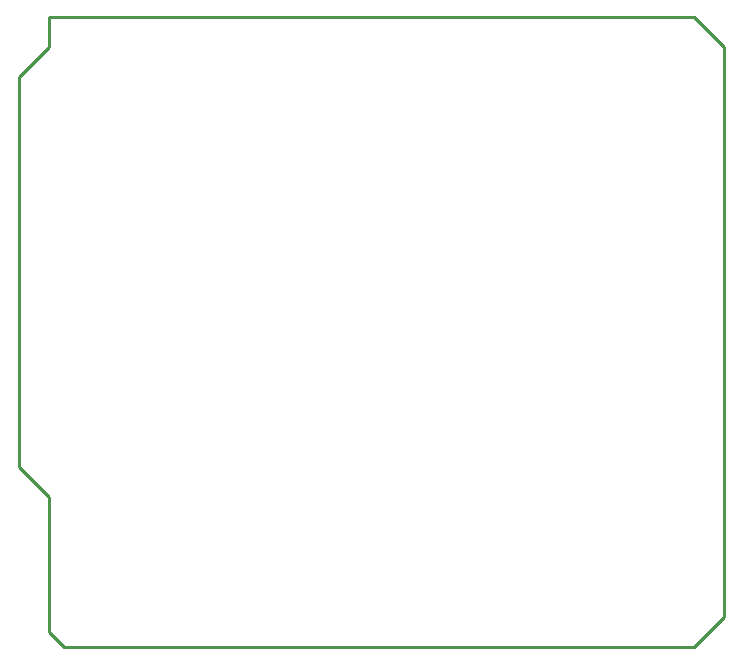
<source format=gko>
G04 Layer: BoardOutlineLayer*
G04 EasyEDA v6.5.47, 2024-10-06 10:48:52*
G04 7f18c47773b3442c901778b5daae8bd2,c2b9568e21e3459f90af4e12abca8b04,10*
G04 Gerber Generator version 0.2*
G04 Scale: 100 percent, Rotated: No, Reflected: No *
G04 Dimensions in millimeters *
G04 leading zeros omitted , absolute positions ,4 integer and 5 decimal *
%FSLAX45Y45*%
%MOMM*%

%ADD10C,0.2540*%
D10*
X3962400Y-6908800D02*
G01*
X4089400Y-7035800D01*
X9423400Y-7035800D01*
X9677400Y-6781800D01*
X9677400Y-1955800D01*
X9423400Y-1701800D01*
X3962400Y-1701800D01*
X3962400Y-1955800D01*
X3708400Y-2209800D01*
X3708400Y-5511800D01*
X3962400Y-5765800D01*
X3962400Y-6908800D01*

%LPD*%
M02*

</source>
